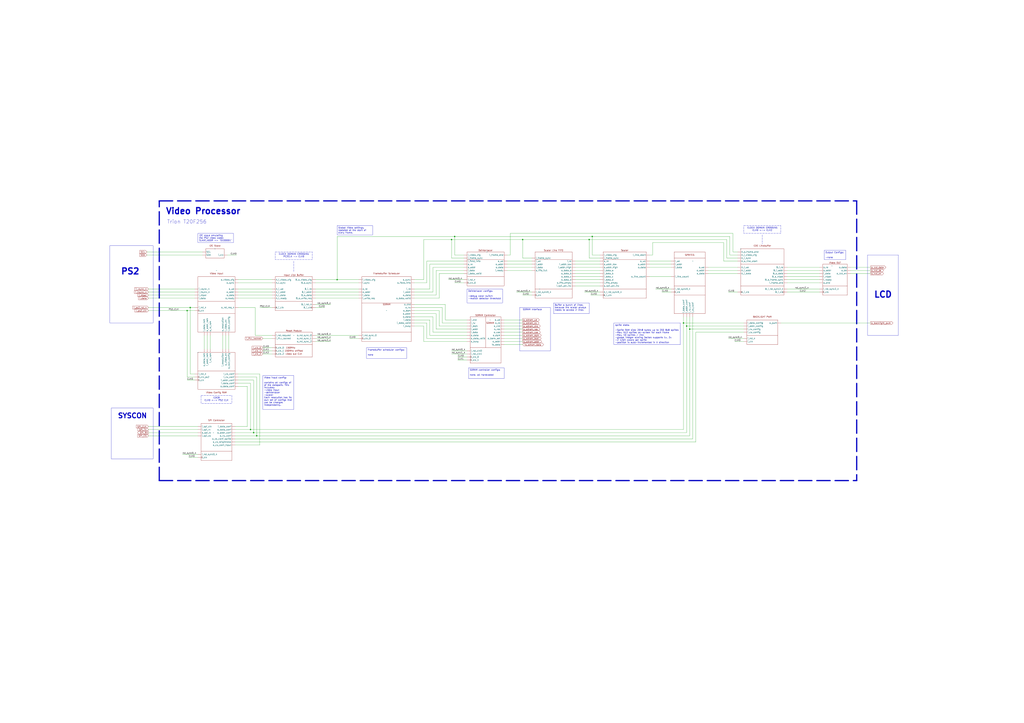
<source format=kicad_sch>
(kicad_sch (version 20230121) (generator eeschema)
  (paper "A1")
  (lib_symbols
    (symbol "Blocks:SPI_controller"
      (property "Reference" "U" (at 0 -33.02 0))
      (symbol "SPI_controller_0_1"
        (rectangle (start -12.7 0) (end 12.7 -30.48))
        (polyline (pts (xy -12.7 -22.86) (xy 12.7 -22.86)))
      )
      (symbol "SPI_controller_1_1"
        (text "SPI Controller" (at 0 2.54 0) (effects (font (size 1.27 1.27))))
        (pin input clock (at -15.24 -27.94 0) (length 2.54) (name "i_clk") (number ""))
        (pin output line (at 15.24 -2.54 180) (length 2.54) (name "i_data_conf") (number ""))
        (pin input line (at -15.24 -25.4 0) (length 2.54) (name "i_rst_sync0_n") (number ""))
        (pin input line (at -15.24 -2.54 0) (length 2.54) (name "i_spi_clk") (number ""))
        (pin output line (at -15.24 -10.16 0) (length 2.54) (name "i_spi_cs") (number ""))
        (pin input line (at -15.24 -5.08 0) (length 2.54) (name "i_spi_rx") (number ""))
        (pin output line (at 15.24 -7.62 180) (length 2.54) (name "o_addr_conf") (number ""))
        (pin input line (at 15.24 -15.24 180) (length 2.54) (name "o_cs_brightness") (number ""))
        (pin input line (at 15.24 -17.78 180) (length 2.54) (name "o_cs_conf_input") (number ""))
        (pin input line (at 15.24 -12.7 180) (length 2.54) (name "o_cs_conf_sprite") (number ""))
        (pin input line (at 15.24 -5.08 180) (length 2.54) (name "o_data_conf") (number ""))
        (pin input line (at 15.24 -10.16 180) (length 2.54) (name "o_rw_conf") (number ""))
        (pin output line (at -15.24 -7.62 0) (length 2.54) (name "o_spi_tx") (number ""))
      )
    )
    (symbol "Blocks:Scaler"
      (property "Reference" "U" (at 0 -34.29 0))
      (symbol "Scaler_0_1"
        (rectangle (start -17.78 2.54) (end 17.78 -35.56))
        (polyline (pts (xy -17.78 -27.94) (xy 17.78 -27.94)))
        (polyline (pts (xy -17.78 -3.81) (xy 17.78 -3.81)))
      )
      (symbol "Scaler_1_1"
        (text "Scaler" (at 0 3.81 0) (effects (font (size 1.27 1.27))))
        (pin input clock (at -20.32 -33.02 0) (length 2.54) (name "A_i_clk") (number ""))
        (pin input line (at -20.32 -30.48 0) (length 2.54) (name "A_i_rst_sync0_n") (number ""))
        (pin output line (at -20.32 -12.7 0) (length 2.54) (name "i_data_a") (number ""))
        (pin output line (at -20.32 -15.24 0) (length 2.54) (name "i_data_b") (number ""))
        (pin output line (at -20.32 -17.78 0) (length 2.54) (name "i_data_c") (number ""))
        (pin output line (at -20.32 -20.32 0) (length 2.54) (name "i_data_d") (number ""))
        (pin output line (at -20.32 -22.86 0) (length 2.54) (name "i_fifo_empty") (number ""))
        (pin input line (at -20.32 -2.54 0) (length 2.54) (name "i_frame_sync") (number ""))
        (pin output line (at 20.32 0 180) (length 2.54) (name "i_line_start") (number ""))
        (pin input line (at -20.32 0 0) (length 2.54) (name "i_video_cfg") (number ""))
        (pin input line (at 20.32 -7.62 180) (length 2.54) (name "o_addr") (number ""))
        (pin input line (at -20.32 -10.16 0) (length 2.54) (name "o_addr_high") (number ""))
        (pin input line (at -20.32 -7.62 0) (length 2.54) (name "o_addr_low") (number ""))
        (pin output line (at 20.32 -10.16 180) (length 2.54) (name "o_data") (number ""))
        (pin output line (at 20.32 -17.78 180) (length 2.54) (name "o_line_count") (number ""))
        (pin input line (at -20.32 -5.08 0) (length 2.54) (name "o_re") (number ""))
        (pin input line (at -20.32 -25.4 0) (length 2.54) (name "o_tail_ptr_inc") (number ""))
        (pin input line (at 20.32 -5.08 180) (length 2.54) (name "o_we") (number ""))
      )
    )
    (symbol "Blocks:Video_IN"
      (property "Reference" "U" (at 12.7 5.08 0))
      (symbol "Video_IN_0_1"
        (rectangle (start -15.24 2.54) (end 15.24 -43.18))
        (polyline (pts (xy -15.24 -17.78) (xy 15.24 -17.78)))
        (polyline (pts (xy 15.24 -27.94) (xy -15.24 -27.94)))
      )
      (symbol "Video_IN_1_1"
        (text "Video Input" (at 0 5.08 0) (effects (font (size 1.27 1.27))))
        (pin input clock (at -17.78 -25.4 0) (length 2.54) (name "i_clk") (number ""))
        (pin input line (at -17.78 -15.24 0) (length 2.54) (name "i_data") (number ""))
        (pin input line (at -10.16 -45.72 90) (length 2.54) (name "i_data_ram") (number ""))
        (pin input line (at -17.78 -10.16 0) (length 2.54) (name "i_hsync_n") (number ""))
        (pin input line (at 10.16 -45.72 90) (length 2.54) (name "i_lock_config") (number ""))
        (pin input line (at -17.78 -12.7 0) (length 2.54) (name "i_ntpal") (number ""))
        (pin input line (at -17.78 -22.86 0) (length 2.54) (name "i_rst_n") (number ""))
        (pin input line (at 7.62 -45.72 90) (length 2.54) (name "i_video_en") (number ""))
        (pin input line (at -17.78 -7.62 0) (length 2.54) (name "i_vsync_n") (number ""))
        (pin output line (at 17.78 -10.16 180) (length 2.54) (name "o_addr") (number ""))
        (pin output line (at -7.62 -45.72 90) (length 2.54) (name "o_addr_ram") (number ""))
        (pin output line (at 17.78 -12.7 180) (length 2.54) (name "o_data") (number ""))
        (pin output line (at -5.08 -45.72 90) (length 2.54) (name "o_re_ram") (number ""))
        (pin output line (at 17.78 -15.24 180) (length 2.54) (name "o_ready") (number ""))
        (pin input line (at 5.08 -45.72 90) (length 2.54) (name "o_resolution") (number ""))
        (pin output line (at 17.78 -22.86 180) (length 2.54) (name "o_rst_req_n") (number ""))
        (pin output line (at 17.78 -2.54 180) (length 2.54) (name "o_sync") (number ""))
        (pin output line (at 17.78 0 180) (length 2.54) (name "o_video_cfg") (number ""))
        (pin output line (at 17.78 -7.62 180) (length 2.54) (name "o_we") (number ""))
      )
    )
    (symbol "Blocks:Video_OUT"
      (property "Reference" "U" (at 0 -25.4 0))
      (symbol "Video_OUT_0_1"
        (rectangle (start -10.16 2.54) (end 10.16 -22.86))
        (polyline (pts (xy -10.16 -15.24) (xy 10.16 -15.24)))
      )
      (symbol "Video_OUT_1_1"
        (text "Video OUT" (at 0 3.81 0) (effects (font (size 1.27 1.27))))
        (pin input clock (at -12.7 -20.32 0) (length 2.54) (name "i_clk") (number ""))
        (pin input line (at -12.7 -5.08 0) (length 2.54) (name "i_data") (number ""))
        (pin input line (at -12.7 -7.62 0) (length 2.54) (name "i_ntpal") (number ""))
        (pin input line (at -12.7 -10.16 0) (length 2.54) (name "i_ready") (number ""))
        (pin input line (at -12.7 -17.78 0) (length 2.54) (name "i_rst_sync2_n") (number ""))
        (pin output line (at -12.7 -2.54 0) (length 2.54) (name "o_addr") (number ""))
        (pin output line (at 12.7 0 180) (length 2.54) (name "o_data") (number ""))
        (pin output line (at 12.7 -2.54 180) (length 2.54) (name "o_de") (number ""))
        (pin output line (at -12.7 -12.7 0) (length 2.54) (name "o_end") (number ""))
        (pin output line (at 12.7 -5.08 180) (length 2.54) (name "o_lcd_en") (number ""))
        (pin output line (at -12.7 0 0) (length 2.54) (name "o_re") (number ""))
      )
    )
    (symbol "Blocks:backlight_pwm"
      (property "Reference" "U" (at 0 5.08 0))
      (symbol "backlight_pwm_0_1"
        (rectangle (start -12.7 0) (end 12.7 -20.32))
        (polyline (pts (xy -12.7 -12.7) (xy 12.7 -12.7)))
      )
      (symbol "backlight_pwm_1_1"
        (text "BACKLIGHT PWM" (at 0 2.54 0) (effects (font (size 1.27 1.27))))
        (pin output line (at -15.24 -5.08 0) (length 2.54) (name "i_addr_config") (number ""))
        (pin output line (at -15.24 -17.78 0) (length 2.54) (name "i_clk") (number ""))
        (pin output line (at -15.24 -10.16 0) (length 2.54) (name "i_cs_config") (number ""))
        (pin output line (at -15.24 -2.54 0) (length 2.54) (name "i_data_config") (number ""))
        (pin output line (at -15.24 -15.24 0) (length 2.54) (name "i_rst_n") (number ""))
        (pin output line (at -15.24 -7.62 0) (length 2.54) (name "i_rw_config") (number ""))
        (pin output line (at 15.24 -2.54 180) (length 2.54) (name "o_pwm") (number ""))
      )
    )
    (symbol "Blocks:deinterlacer"
      (property "Reference" "U" (at 11.43 3.81 0))
      (symbol "deinterlacer_0_1"
        (rectangle (start -15.24 2.54) (end 15.24 -25.4))
        (polyline (pts (xy -15.24 -17.78) (xy 15.24 -17.78)))
        (polyline (pts (xy -15.24 -3.81) (xy 15.24 -3.81)))
      )
      (symbol "deinterlacer_1_1"
        (text "Deinterlacer" (at 0 3.81 0) (effects (font (size 1.27 1.27))))
        (pin input clock (at -17.78 -22.86 0) (length 2.54) (name "i_clk_0") (number ""))
        (pin input line (at -17.78 -12.7 0) (length 2.54) (name "i_data") (number ""))
        (pin input line (at -17.78 -15.24 0) (length 2.54) (name "i_data_valid") (number ""))
        (pin input line (at -17.78 -5.08 0) (length 2.54) (name "i_field_info") (number ""))
        (pin input line (at 17.78 0 180) (length 2.54) (name "i_frame_end") (number ""))
        (pin input line (at -17.78 -2.54 0) (length 2.54) (name "i_frame_sync") (number ""))
        (pin input line (at 17.78 -12.7 180) (length 2.54) (name "i_ready") (number ""))
        (pin input line (at -17.78 -20.32 0) (length 2.54) (name "i_rst_n") (number ""))
        (pin input line (at -17.78 0 0) (length 2.54) (name "i_video_cfg") (number ""))
        (pin output line (at -17.78 -10.16 0) (length 2.54) (name "o_addr") (number ""))
        (pin output line (at 17.78 -7.62 180) (length 2.54) (name "o_addr") (number ""))
        (pin output line (at 17.78 -10.16 180) (length 2.54) (name "o_data") (number ""))
        (pin output line (at -17.78 -7.62 0) (length 2.54) (name "o_re") (number ""))
        (pin output line (at 17.78 -5.08 180) (length 2.54) (name "o_we") (number ""))
      )
    )
    (symbol "Blocks:framebuffer_scheduler"
      (property "Reference" "U" (at 15.24 43.18 0))
      (symbol "framebuffer_scheduler_0_1"
        (rectangle (start -20.32 40.64) (end 20.32 -12.7))
        (polyline (pts (xy -20.32 -5.08) (xy 20.32 -5.08)))
        (polyline (pts (xy -20.32 19.05) (xy 20.32 19.05)))
      )
      (symbol "framebuffer_scheduler_1_1"
        (text "Framebuffer Scheduler" (at 0 43.18 0) (effects (font (size 1.27 1.27))))
        (text "SDRAM" (at 0 17.78 0) (effects (font (size 1.27 1.27))))
        (pin input line (at 22.86 27.94 180) (length 2.54) (name "i_addr") (number ""))
        (pin input line (at 22.86 0 180) (length 2.54) (name "i_busy") (number ""))
        (pin input clock (at -22.86 -10.16 0) (length 2.54) (name "i_clk_0") (number ""))
        (pin input line (at -22.86 25.4 0) (length 2.54) (name "i_data") (number ""))
        (pin input line (at 22.86 5.08 180) (length 2.54) (name "i_data") (number ""))
        (pin input line (at 22.86 2.54 180) (length 2.54) (name "i_data_valid") (number ""))
        (pin input line (at 22.86 30.48 180) (length 2.54) (name "i_re") (number ""))
        (pin input line (at -22.86 -7.62 0) (length 2.54) (name "i_rst_sync_0") (number ""))
        (pin input line (at -22.86 35.56 0) (length 2.54) (name "i_sync") (number ""))
        (pin input line (at -22.86 38.1 0) (length 2.54) (name "i_video_cfg") (number ""))
        (pin input line (at -22.86 22.86 0) (length 2.54) (name "i_write_req") (number ""))
        (pin output line (at -22.86 27.94 0) (length 2.54) (name "o_addr") (number ""))
        (pin output line (at 22.86 10.16 180) (length 2.54) (name "o_addr") (number ""))
        (pin output line (at 22.86 17.78 180) (length 2.54) (name "o_cke") (number ""))
        (pin output line (at 22.86 7.62 180) (length 2.54) (name "o_data") (number ""))
        (pin output line (at 22.86 25.4 180) (length 2.54) (name "o_data") (number ""))
        (pin output line (at 22.86 22.86 180) (length 2.54) (name "o_data_valid") (number ""))
        (pin input line (at 22.86 12.7 180) (length 2.54) (name "o_dqm") (number ""))
        (pin output line (at 22.86 35.56 180) (length 2.54) (name "o_field_info") (number ""))
        (pin output line (at -22.86 30.48 0) (length 2.54) (name "o_re") (number ""))
        (pin output line (at 22.86 15.24 180) (length 2.54) (name "o_rw") (number ""))
        (pin output line (at 22.86 38.1 180) (length 2.54) (name "o_sync") (number ""))
      )
    )
    (symbol "Blocks:i2c_slave"
      (property "Reference" "U" (at 0 12.7 0))
      (symbol "i2c_slave_0_1"
        (rectangle (start -7.62 0) (end 7.62 -7.62))
      )
      (symbol "i2c_slave_1_1"
        (text "I2C Slave" (at 0 2.54 0) (effects (font (size 1.27 1.27))))
        (pin input line (at -10.16 -2.54 0) (length 2.54) (name "SCL") (number ""))
        (pin input line (at -10.16 -5.08 0) (length 2.54) (name "SDA") (number ""))
        (pin input line (at 10.16 -5.08 180) (length 2.54) (name "i_clk") (number ""))
      )
    )
    (symbol "Blocks:input_line_buffer"
      (property "Reference" "U" (at 0 8.89 0))
      (symbol "input_line_buffer_0_1"
        (rectangle (start -15.24 0) (end 15.24 -27.94))
        (polyline (pts (xy 15.24 -20.32) (xy -15.24 -20.32)))
      )
      (symbol "input_line_buffer_1_1"
        (text "Input Line Buffer" (at 0 1.27 0) (effects (font (size 1.27 1.27))))
        (pin input line (at -17.78 -12.7 0) (length 2.54) (name "A_i_addr") (number ""))
        (pin input clock (at -17.78 -25.4 0) (length 2.54) (name "A_i_clk") (number ""))
        (pin input line (at -17.78 -15.24 0) (length 2.54) (name "A_i_data") (number ""))
        (pin input line (at -17.78 -17.78 0) (length 2.54) (name "A_i_ready") (number ""))
        (pin input line (at -17.78 -5.08 0) (length 2.54) (name "A_i_sync") (number ""))
        (pin input line (at -17.78 -2.54 0) (length 2.54) (name "A_i_video_cfg") (number ""))
        (pin input line (at -17.78 -10.16 0) (length 2.54) (name "A_i_we") (number ""))
        (pin input line (at 17.78 -12.7 180) (length 2.54) (name "B_i_addr") (number ""))
        (pin input clock (at 17.78 -25.4 180) (length 2.54) (name "B_i_clk") (number ""))
        (pin input line (at 17.78 -10.16 180) (length 2.54) (name "B_i_re") (number ""))
        (pin input line (at 17.78 -22.86 180) (length 2.54) (name "B_i_rst_n") (number ""))
        (pin output line (at 17.78 -15.24 180) (length 2.54) (name "B_o_data") (number ""))
        (pin output line (at 17.78 -5.08 180) (length 2.54) (name "B_o_sync") (number ""))
        (pin output line (at 17.78 -2.54 180) (length 2.54) (name "B_o_video_cfg") (number ""))
        (pin output line (at 17.78 -17.78 180) (length 2.54) (name "B_o_write_req") (number ""))
      )
    )
    (symbol "Blocks:out_cdc_linebuffer"
      (property "Reference" "U" (at 0 7.62 0))
      (symbol "out_cdc_linebuffer_0_1"
        (rectangle (start -17.78 0) (end 17.78 -38.1))
        (polyline (pts (xy -17.78 -30.48) (xy 17.78 -30.48)))
        (polyline (pts (xy -17.78 -12.7) (xy 17.78 -12.7)))
      )
      (symbol "out_cdc_linebuffer_1_1"
        (text "CDC Linebuffer" (at 0 2.54 0) (effects (font (size 1.27 1.27))))
        (pin output line (at -20.32 -17.78 0) (length 2.54) (name "A_i_addr") (number ""))
        (pin input clock (at -20.32 -35.56 0) (length 2.54) (name "A_i_clk") (number ""))
        (pin input line (at -20.32 -20.32 0) (length 2.54) (name "A_i_data") (number ""))
        (pin input line (at -20.32 -7.62 0) (length 2.54) (name "A_i_sync") (number ""))
        (pin input line (at -20.32 -5.08 0) (length 2.54) (name "A_i_video_cfg") (number ""))
        (pin output line (at -20.32 -15.24 0) (length 2.54) (name "A_i_we") (number ""))
        (pin input line (at -20.32 -2.54 0) (length 2.54) (name "A_o_frame_end") (number ""))
        (pin output line (at -20.32 -10.16 0) (length 2.54) (name "A_o_line_start") (number ""))
        (pin input line (at 20.32 -17.78 180) (length 2.54) (name "B_i_addr") (number ""))
        (pin input clock (at 20.32 -35.56 180) (length 2.54) (name "B_i_clk") (number ""))
        (pin input line (at 20.32 -15.24 180) (length 2.54) (name "B_i_re") (number ""))
        (pin input line (at 20.32 -33.02 180) (length 2.54) (name "B_i_rst_sync2_n") (number ""))
        (pin output line (at 20.32 -20.32 180) (length 2.54) (name "B_o_data") (number ""))
        (pin output line (at 20.32 -25.4 180) (length 2.54) (name "B_o_frame_sync") (number ""))
        (pin output line (at 20.32 -22.86 180) (length 2.54) (name "B_o_ntpal") (number ""))
        (pin output line (at 20.32 -27.94 180) (length 2.54) (name "i_frame_end") (number ""))
      )
    )
    (symbol "Blocks:output_line_buffer"
      (property "Reference" "U" (at 0 -38.1 0))
      (symbol "output_line_buffer_0_1"
        (rectangle (start -15.24 2.54) (end 15.24 -35.56))
        (polyline (pts (xy -15.24 -27.94) (xy 15.24 -27.94)))
        (polyline (pts (xy -15.24 -3.81) (xy 15.24 -3.81)))
      )
      (symbol "output_line_buffer_1_1"
        (text "Scaler Line FIFO" (at 0 3.81 0) (effects (font (size 1.27 1.27))))
        (pin input line (at -17.78 -7.62 0) (length 2.54) (name "i_addr") (number ""))
        (pin input line (at 17.78 -10.16 180) (length 2.54) (name "i_addr_high") (number ""))
        (pin input line (at 17.78 -7.62 180) (length 2.54) (name "i_addr_low") (number ""))
        (pin input clock (at -17.78 -33.02 0) (length 2.54) (name "i_clk") (number ""))
        (pin input line (at -17.78 -10.16 0) (length 2.54) (name "i_data") (number ""))
        (pin input line (at -17.78 -2.54 0) (length 2.54) (name "i_frame_sync") (number ""))
        (pin input line (at 17.78 -5.08 180) (length 2.54) (name "i_re") (number ""))
        (pin input line (at -17.78 -30.48 0) (length 2.54) (name "i_rst_sync0_n") (number ""))
        (pin input line (at 17.78 -25.4 180) (length 2.54) (name "i_tail_ptr_inc") (number ""))
        (pin input line (at -17.78 -5.08 0) (length 2.54) (name "i_we") (number ""))
        (pin output line (at 17.78 -12.7 180) (length 2.54) (name "o_data_a") (number ""))
        (pin output line (at 17.78 -15.24 180) (length 2.54) (name "o_data_b") (number ""))
        (pin output line (at 17.78 -17.78 180) (length 2.54) (name "o_data_c") (number ""))
        (pin output line (at 17.78 -20.32 180) (length 2.54) (name "o_data_d") (number ""))
        (pin output line (at 17.78 -22.86 180) (length 2.54) (name "o_fifo_empty") (number ""))
        (pin output line (at -17.78 -12.7 0) (length 2.54) (name "o_fifo_full") (number ""))
      )
    )
    (symbol "Blocks:reset_module"
      (property "Reference" "U" (at 0 -20.32 0))
      (symbol "reset_module_0_1"
        (rectangle (start -15.24 2.54) (end 15.24 -17.78))
        (polyline (pts (xy -15.24 -7.62) (xy 15.24 -7.62)))
      )
      (symbol "reset_module_1_1"
        (text "150MHz" (at -2.54 -10.16 0) (effects (font (size 1.27 1.27))))
        (text "150MHz shifted" (at 0 -12.7 0) (effects (font (size 1.27 1.27))))
        (text "Reset Module" (at 0 3.81 0) (effects (font (size 1.27 1.27))))
        (text "video out CLK" (at 0 -15.24 0) (effects (font (size 1.27 1.27))))
        (pin input line (at -17.78 -2.54 0) (length 2.54) (name "i_PLL_locked") (number ""))
        (pin input clock (at -17.78 -10.16 0) (length 2.54) (name "i_clk_0") (number ""))
        (pin input clock (at -17.78 -12.7 0) (length 2.54) (name "i_clk_1") (number ""))
        (pin input clock (at -17.78 -15.24 0) (length 2.54) (name "i_clk_2") (number ""))
        (pin input line (at -17.78 0 0) (length 2.54) (name "i_rst_request") (number ""))
        (pin output line (at 17.78 0 180) (length 2.54) (name "o_rst_sync_0") (number ""))
        (pin output line (at 17.78 -2.54 180) (length 2.54) (name "o_rst_sync_1") (number ""))
        (pin output line (at 17.78 -5.08 180) (length 2.54) (name "o_rst_sync_2") (number ""))
      )
    )
    (symbol "Blocks:sdram_controller"
      (property "Reference" "U" (at 2.54 8.89 0))
      (symbol "sdram_controller_0_1"
        (rectangle (start -12.7 2.54) (end 12.7 -35.56))
        (polyline (pts (xy -12.7 -22.86) (xy 12.7 -22.86)))
        (polyline (pts (xy 0 -22.86) (xy 0 2.54)))
      )
      (symbol "sdram_controller_1_1"
        (text "SDRAM" (at 3.81 -2.54 0) (effects (font (size 1.27 1.27))))
        (text "SDRAM Controller" (at 0 3.81 0) (effects (font (size 1.27 1.27))))
        (pin input line (at -15.24 -7.62 0) (length 2.54) (name "i_addr") (number ""))
        (pin input line (at -15.24 0 0) (length 2.54) (name "i_cke") (number ""))
        (pin input clock (at -15.24 -30.48 0) (length 2.54) (name "i_clk_0") (number ""))
        (pin input clock (at -15.24 -33.02 0) (length 2.54) (name "i_clk_1") (number ""))
        (pin input line (at -15.24 -10.16 0) (length 2.54) (name "i_data") (number ""))
        (pin input line (at -15.24 -5.08 0) (length 2.54) (name "i_dqm") (number ""))
        (pin input line (at -15.24 -25.4 0) (length 2.54) (name "i_rst_clk0") (number ""))
        (pin input line (at -15.24 -27.94 0) (length 2.54) (name "i_rst_clk1") (number ""))
        (pin input line (at -15.24 -2.54 0) (length 2.54) (name "i_rw") (number ""))
        (pin bidirectional line (at 15.24 -20.32 180) (length 2.54) (name "io_data") (number ""))
        (pin input line (at 15.24 -17.78 180) (length 2.54) (name "o_addr") (number ""))
        (pin input line (at 15.24 -15.24 180) (length 2.54) (name "o_bank_sel") (number ""))
        (pin output line (at -15.24 -17.78 0) (length 2.54) (name "o_busy") (number ""))
        (pin output line (at 15.24 -10.16 180) (length 2.54) (name "o_cas") (number ""))
        (pin output line (at 15.24 -5.08 180) (length 2.54) (name "o_cke") (number ""))
        (pin output line (at 15.24 -2.54 180) (length 2.54) (name "o_cs") (number ""))
        (pin output line (at -15.24 -12.7 0) (length 2.54) (name "o_data") (number ""))
        (pin output line (at -15.24 -15.24 0) (length 2.54) (name "o_data_valid") (number ""))
        (pin output line (at 15.24 -12.7 180) (length 2.54) (name "o_dqm") (number ""))
        (pin output line (at 15.24 -7.62 180) (length 2.54) (name "o_ras") (number ""))
        (pin output line (at 15.24 0 180) (length 2.54) (name "o_we") (number ""))
      )
    )
    (symbol "Blocks:sprite_module"
      (property "Reference" "U" (at 2.54 0 0))
      (symbol "sprite_module_0_1"
        (rectangle (start -12.7 7.62) (end 12.7 -43.18))
        (polyline (pts (xy -12.7 -27.94) (xy 12.7 -27.94)))
        (polyline (pts (xy -12.7 -20.32) (xy 12.7 -20.32)))
        (polyline (pts (xy -12.7 2.54) (xy 12.7 2.54)))
      )
      (symbol "sprite_module_1_1"
        (text "SPRITES" (at 0 5.08 0) (effects (font (size 1.27 1.27))))
        (pin input line (at -15.24 -2.54 0) (length 2.54) (name "i_addr") (number ""))
        (pin output line (at -2.54 -45.72 90) (length 2.54) (name "i_addr_conf") (number ""))
        (pin input clock (at -15.24 -25.4 0) (length 2.54) (name "i_clk") (number ""))
        (pin input line (at 2.54 -45.72 90) (length 2.54) (name "i_cs_conf") (number ""))
        (pin output line (at -15.24 -5.08 0) (length 2.54) (name "i_data") (number ""))
        (pin input line (at -5.08 -45.72 90) (length 2.54) (name "i_data_conf") (number ""))
        (pin output line (at -15.24 -12.7 0) (length 2.54) (name "i_line_count") (number ""))
        (pin input line (at -15.24 -22.86 0) (length 2.54) (name "i_rst_sync0_n") (number ""))
        (pin input line (at 0 -45.72 90) (length 2.54) (name "i_rw_conf") (number ""))
        (pin input line (at -15.24 0 0) (length 2.54) (name "i_we") (number ""))
        (pin output line (at 15.24 -7.62 180) (length 2.54) (name "o_addr") (number ""))
        (pin input line (at 15.24 -10.16 180) (length 2.54) (name "o_data") (number ""))
        (pin output line (at 15.24 -5.08 180) (length 2.54) (name "o_we") (number ""))
      )
    )
    (symbol "Blocks:video_setting_ram"
      (property "Reference" "U" (at -17.78 -2.54 0))
      (symbol "video_setting_ram_0_1"
        (rectangle (start -15.24 0) (end 15.24 -30.48))
        (polyline (pts (xy -15.24 -15.24) (xy 15.24 -15.24)))
      )
      (symbol "video_setting_ram_1_1"
        (text "Video Config RAM" (at 0 -33.02 0) (effects (font (size 1.27 1.27))))
        (pin output line (at 17.78 -22.86 180) (length 2.54) (name "i_addr_conf") (number ""))
        (pin output line (at -7.62 2.54 270) (length 2.54) (name "i_addr_ram") (number ""))
        (pin input clock (at -17.78 -22.86 0) (length 2.54) (name "i_clk") (number ""))
        (pin input clock (at -17.78 -20.32 0) (length 2.54) (name "i_clk_ps2") (number ""))
        (pin input line (at 17.78 -17.78 180) (length 2.54) (name "i_cs_conf") (number ""))
        (pin input line (at 17.78 -25.4 180) (length 2.54) (name "i_data_conf") (number ""))
        (pin output line (at -5.08 2.54 270) (length 2.54) (name "i_re_ram") (number ""))
        (pin input line (at 5.08 2.54 270) (length 2.54) (name "i_resolution") (number ""))
        (pin input line (at -17.78 -17.78 0) (length 2.54) (name "i_rst_n") (number ""))
        (pin input line (at 17.78 -20.32 180) (length 2.54) (name "i_rw_conf") (number ""))
        (pin output line (at 17.78 -27.94 180) (length 2.54) (name "o_data_conf") (number ""))
        (pin input line (at -10.16 2.54 270) (length 2.54) (name "o_data_ram") (number ""))
        (pin input line (at 10.16 2.54 270) (length 2.54) (name "o_lock_config") (number ""))
        (pin input line (at 7.62 2.54 270) (length 2.54) (name "o_video_en") (number ""))
      )
    )
  )
  (junction (at 276.86 229.87))
  (junction (at 153.67 255.27))
  (junction (at 156.21 252.73))
  (junction (at 563.88 267.97))
  (junction (at 208.28 355.6))
  (junction (at 486.41 194.31))
  (junction (at 429.26 196.85))
  (junction (at 566.42 270.51))
  (junction (at 561.34 265.43))
  (junction (at 205.74 353.06))
  (junction (at 483.87 196.85))
  (junction (at 210.82 358.14))
  (junction (at 370.84 196.85))
  (junction (at 373.38 194.31))
  (wire (pts (xy 170.18 275.59) (xy 170.18 287.02)))
  (wire (pts (xy 646.43 224.79) (xy 673.1 224.79)))
  (wire (pts (xy 353.06 217.17) (xy 381 217.17)))
  (wire (pts (xy 375.92 293.37) (xy 383.54 293.37)))
  (wire (pts (xy 419.1 209.55) (xy 419.1 191.77)))
  (wire (pts (xy 416.56 214.63) (xy 436.88 214.63)))
  (wire (pts (xy 601.98 207.01) (xy 605.79 207.01)))
  (wire (pts (xy 566.42 270.51) (xy 610.87 270.51)))
  (wire (pts (xy 416.56 219.71) (xy 436.88 219.71)))
  (wire (pts (xy 646.43 227.33) (xy 673.1 227.33)))
  (wire (pts (xy 358.14 242.57) (xy 358.14 222.25)))
  (wire (pts (xy 153.67 309.88) (xy 153.67 255.27)))
  (wire (pts (xy 561.34 265.43) (xy 561.34 353.06)))
  (wire (pts (xy 594.36 199.39) (xy 594.36 214.63)))
  (wire (pts (xy 370.84 212.09) (xy 370.84 196.85)))
  (wire (pts (xy 365.76 262.89) (xy 383.54 262.89)))
  (wire (pts (xy 353.06 275.59) (xy 383.54 275.59)))
  (wire (pts (xy 429.26 242.57) (xy 436.88 242.57)))
  (wire (pts (xy 340.36 250.19) (xy 365.76 250.19)))
  (wire (pts (xy 121.92 237.49) (xy 160.02 237.49)))
  (wire (pts (xy 347.98 196.85) (xy 347.98 229.87)))
  (wire (pts (xy 215.9 290.83) (xy 223.52 290.83)))
  (wire (pts (xy 603.25 280.67) (xy 610.87 280.67)))
  (wire (pts (xy 563.88 260.35) (xy 563.88 267.97)))
  (wire (pts (xy 373.38 209.55) (xy 381 209.55)))
  (polyline (pts (xy 130.81 165.1) (xy 703.58 165.1)) (stroke (width 1) (type dash)))
  (wire (pts (xy 533.4 217.17) (xy 551.18 217.17)))
  (wire (pts (xy 360.68 245.11) (xy 360.68 224.79)))
  (wire (pts (xy 347.98 267.97) (xy 347.98 280.67)))
  (wire (pts (xy 203.2 317.5) (xy 203.2 350.52)))
  (wire (pts (xy 566.42 260.35) (xy 566.42 270.51)))
  (wire (pts (xy 210.82 309.88) (xy 210.82 358.14)))
  (wire (pts (xy 340.36 257.81) (xy 358.14 257.81)))
  (wire (pts (xy 195.58 314.96) (xy 205.74 314.96)))
  (wire (pts (xy 156.21 307.34) (xy 156.21 252.73)))
  (wire (pts (xy 193.04 358.14) (xy 210.82 358.14)))
  (wire (pts (xy 414.02 283.21) (xy 429.26 283.21)))
  (wire (pts (xy 370.84 212.09) (xy 381 212.09)))
  (wire (pts (xy 259.08 237.49) (xy 294.64 237.49)))
  (wire (pts (xy 340.36 245.11) (xy 360.68 245.11)))
  (wire (pts (xy 195.58 252.73) (xy 209.55 252.73)))
  (wire (pts (xy 195.58 309.88) (xy 210.82 309.88)))
  (wire (pts (xy 563.88 267.97) (xy 563.88 355.6)))
  (wire (pts (xy 483.87 212.09) (xy 492.76 212.09)))
  (wire (pts (xy 358.14 257.81) (xy 358.14 270.51)))
  (wire (pts (xy 363.22 265.43) (xy 383.54 265.43)))
  (wire (pts (xy 486.41 209.55) (xy 486.41 194.31)))
  (wire (pts (xy 187.96 275.59) (xy 187.96 287.02)))
  (wire (pts (xy 213.36 307.34) (xy 213.36 365.76)))
  (wire (pts (xy 373.38 209.55) (xy 373.38 194.31)))
  (wire (pts (xy 350.52 265.43) (xy 350.52 278.13)))
  (wire (pts (xy 340.36 237.49) (xy 353.06 237.49)))
  (wire (pts (xy 276.86 229.87) (xy 294.64 229.87)))
  (wire (pts (xy 185.42 275.59) (xy 185.42 287.02)))
  (wire (pts (xy 195.58 229.87) (xy 223.52 229.87)))
  (wire (pts (xy 266.7 252.73) (xy 259.08 252.73)))
  (wire (pts (xy 195.58 307.34) (xy 213.36 307.34)))
  (wire (pts (xy 561.34 265.43) (xy 610.87 265.43)))
  (wire (pts (xy 340.36 267.97) (xy 347.98 267.97)))
  (wire (pts (xy 472.44 229.87) (xy 492.76 229.87)))
  (wire (pts (xy 533.4 219.71) (xy 551.18 219.71)))
  (wire (pts (xy 533.4 209.55) (xy 535.94 209.55)))
  (wire (pts (xy 599.44 209.55) (xy 605.79 209.55)))
  (wire (pts (xy 414.02 270.51) (xy 429.26 270.51)))
  (wire (pts (xy 350.52 214.63) (xy 350.52 232.41)))
  (wire (pts (xy 563.88 267.97) (xy 610.87 267.97)))
  (wire (pts (xy 480.06 240.03) (xy 492.76 240.03)))
  (wire (pts (xy 472.44 224.79) (xy 492.76 224.79)))
  (wire (pts (xy 355.6 219.71) (xy 381 219.71)))
  (wire (pts (xy 646.43 240.03) (xy 673.1 240.03)))
  (wire (pts (xy 193.04 350.52) (xy 203.2 350.52)))
  (wire (pts (xy 581.66 222.25) (xy 605.79 222.25)))
  (wire (pts (xy 193.04 355.6) (xy 208.28 355.6)))
  (wire (pts (xy 121.92 355.6) (xy 162.56 355.6)))
  (polyline (pts (xy 130.81 394.97) (xy 130.81 165.1)) (stroke (width 1) (type dash)))
  (wire (pts (xy 195.58 245.11) (xy 223.52 245.11)))
  (wire (pts (xy 373.38 194.31) (xy 486.41 194.31)))
  (wire (pts (xy 213.36 252.73) (xy 223.52 252.73)))
  (wire (pts (xy 121.92 255.27) (xy 153.67 255.27)))
  (wire (pts (xy 172.72 275.59) (xy 172.72 287.02)))
  (wire (pts (xy 195.58 232.41) (xy 223.52 232.41)))
  (wire (pts (xy 646.43 222.25) (xy 673.1 222.25)))
  (wire (pts (xy 646.43 232.41) (xy 673.1 232.41)))
  (wire (pts (xy 370.84 196.85) (xy 429.26 196.85)))
  (wire (pts (xy 215.9 285.75) (xy 223.52 285.75)))
  (wire (pts (xy 195.58 312.42) (xy 208.28 312.42)))
  (wire (pts (xy 209.55 252.73) (xy 209.55 275.59)))
  (wire (pts (xy 360.68 267.97) (xy 383.54 267.97)))
  (wire (pts (xy 121.92 240.03) (xy 160.02 240.03)))
  (wire (pts (xy 195.58 242.57) (xy 223.52 242.57)))
  (wire (pts (xy 355.6 273.05) (xy 383.54 273.05)))
  (polyline (pts (xy 241.3 214.63) (xy 241.3 223.52)) (stroke (width 0) (type dash)))
  (wire (pts (xy 538.48 237.49) (xy 551.18 237.49)))
  (wire (pts (xy 472.44 214.63) (xy 492.76 214.63)))
  (wire (pts (xy 370.84 288.29) (xy 383.54 288.29)))
  (wire (pts (xy 566.42 270.51) (xy 566.42 358.14)))
  (wire (pts (xy 483.87 196.85) (xy 483.87 212.09)))
  (wire (pts (xy 568.96 360.68) (xy 568.96 260.35)))
  (wire (pts (xy 561.34 260.35) (xy 561.34 265.43)))
  (wire (pts (xy 259.08 229.87) (xy 276.86 229.87)))
  (wire (pts (xy 208.28 355.6) (xy 563.88 355.6)))
  (polyline (pts (xy 130.81 394.97) (xy 703.58 394.97)) (stroke (width 1) (type dash)))
  (wire (pts (xy 472.44 222.25) (xy 492.76 222.25)))
  (wire (pts (xy 340.36 260.35) (xy 355.6 260.35)))
  (wire (pts (xy 167.64 275.59) (xy 167.64 287.02)))
  (wire (pts (xy 472.44 219.71) (xy 492.76 219.71)))
  (wire (pts (xy 182.88 275.59) (xy 182.88 287.02)))
  (wire (pts (xy 581.66 224.79) (xy 605.79 224.79)))
  (wire (pts (xy 120.65 207.01) (xy 166.37 207.01)))
  (wire (pts (xy 259.08 278.13) (xy 271.78 278.13)))
  (wire (pts (xy 205.74 353.06) (xy 561.34 353.06)))
  (wire (pts (xy 414.02 262.89) (xy 429.26 262.89)))
  (wire (pts (xy 154.94 375.92) (xy 162.56 375.92)))
  (wire (pts (xy 340.36 229.87) (xy 347.98 229.87)))
  (wire (pts (xy 340.36 255.27) (xy 360.68 255.27)))
  (wire (pts (xy 414.02 275.59) (xy 429.26 275.59)))
  (wire (pts (xy 483.87 196.85) (xy 596.9 196.85)))
  (wire (pts (xy 287.02 278.13) (xy 294.64 278.13)))
  (wire (pts (xy 259.08 242.57) (xy 294.64 242.57)))
  (wire (pts (xy 571.5 273.05) (xy 571.5 363.22)))
  (wire (pts (xy 360.68 224.79) (xy 381 224.79)))
  (polyline (pts (xy 626.11 193.04) (xy 626.11 200.66)) (stroke (width 0) (type dash)))
  (wire (pts (xy 419.1 191.77) (xy 601.98 191.77)))
  (wire (pts (xy 340.36 240.03) (xy 355.6 240.03)))
  (wire (pts (xy 210.82 358.14) (xy 566.42 358.14)))
  (wire (pts (xy 533.4 214.63) (xy 551.18 214.63)))
  (wire (pts (xy 340.36 252.73) (xy 363.22 252.73)))
  (wire (pts (xy 193.04 365.76) (xy 213.36 365.76)))
  (wire (pts (xy 120.65 209.55) (xy 166.37 209.55)))
  (wire (pts (xy 340.36 232.41) (xy 350.52 232.41)))
  (wire (pts (xy 414.02 280.67) (xy 429.26 280.67)))
  (wire (pts (xy 121.92 245.11) (xy 160.02 245.11)))
  (wire (pts (xy 259.08 245.11) (xy 294.64 245.11)))
  (wire (pts (xy 121.92 353.06) (xy 162.56 353.06)))
  (wire (pts (xy 195.58 317.5) (xy 203.2 317.5)))
  (wire (pts (xy 160.02 307.34) (xy 156.21 307.34)))
  (wire (pts (xy 208.28 312.42) (xy 208.28 355.6)))
  (wire (pts (xy 424.18 240.03) (xy 436.88 240.03)))
  (wire (pts (xy 373.38 232.41) (xy 381 232.41)))
  (wire (pts (xy 581.66 219.71) (xy 605.79 219.71)))
  (wire (pts (xy 429.26 196.85) (xy 483.87 196.85)))
  (wire (pts (xy 259.08 232.41) (xy 294.64 232.41)))
  (wire (pts (xy 121.92 358.14) (xy 162.56 358.14)))
  (wire (pts (xy 358.14 222.25) (xy 381 222.25)))
  (wire (pts (xy 596.9 196.85) (xy 596.9 212.09)))
  (wire (pts (xy 276.86 194.31) (xy 373.38 194.31)))
  (wire (pts (xy 368.3 229.87) (xy 381 229.87)))
  (wire (pts (xy 414.02 265.43) (xy 429.26 265.43)))
  (wire (pts (xy 360.68 255.27) (xy 360.68 267.97)))
  (wire (pts (xy 571.5 273.05) (xy 610.87 273.05)))
  (wire (pts (xy 533.4 227.33) (xy 551.18 227.33)))
  (wire (pts (xy 596.9 212.09) (xy 605.79 212.09)))
  (wire (pts (xy 486.41 209.55) (xy 492.76 209.55)))
  (wire (pts (xy 195.58 237.49) (xy 223.52 237.49)))
  (wire (pts (xy 598.17 240.03) (xy 605.79 240.03)))
  (wire (pts (xy 543.56 240.03) (xy 551.18 240.03)))
  (wire (pts (xy 365.76 250.19) (xy 365.76 262.89)))
  (wire (pts (xy 340.36 262.89) (xy 353.06 262.89)))
  (wire (pts (xy 347.98 196.85) (xy 370.84 196.85)))
  (wire (pts (xy 486.41 194.31) (xy 599.44 194.31)))
  (wire (pts (xy 414.02 267.97) (xy 429.26 267.97)))
  (wire (pts (xy 195.58 240.03) (xy 223.52 240.03)))
  (wire (pts (xy 340.36 265.43) (xy 350.52 265.43)))
  (wire (pts (xy 153.67 255.27) (xy 160.02 255.27)))
  (wire (pts (xy 347.98 280.67) (xy 383.54 280.67)))
  (wire (pts (xy 353.06 237.49) (xy 353.06 217.17)))
  (wire (pts (xy 472.44 227.33) (xy 492.76 227.33)))
  (wire (pts (xy 355.6 240.03) (xy 355.6 219.71)))
  (wire (pts (xy 153.67 312.42) (xy 160.02 312.42)))
  (wire (pts (xy 350.52 278.13) (xy 383.54 278.13)))
  (wire (pts (xy 358.14 270.51) (xy 383.54 270.51)))
  (wire (pts (xy 472.44 217.17) (xy 492.76 217.17)))
  (wire (pts (xy 271.78 250.19) (xy 259.08 250.19)))
  (wire (pts (xy 215.9 288.29) (xy 223.52 288.29)))
  (wire (pts (xy 194.31 209.55) (xy 186.69 209.55)))
  (wire (pts (xy 414.02 278.13) (xy 429.26 278.13)))
  (wire (pts (xy 193.04 353.06) (xy 205.74 353.06)))
  (wire (pts (xy 698.5 222.25) (xy 715.01 222.25)))
  (wire (pts (xy 429.26 212.09) (xy 436.88 212.09)))
  (wire (pts (xy 429.26 196.85) (xy 429.26 212.09)))
  (wire (pts (xy 472.44 234.95) (xy 492.76 234.95)))
  (wire (pts (xy 416.56 217.17) (xy 436.88 217.17)))
  (wire (pts (xy 209.55 275.59) (xy 223.52 275.59)))
  (wire (pts (xy 355.6 260.35) (xy 355.6 273.05)))
  (wire (pts (xy 698.5 219.71) (xy 715.01 219.71)))
  (wire (pts (xy 472.44 232.41) (xy 492.76 232.41)))
  (wire (pts (xy 149.86 373.38) (xy 162.56 373.38)))
  (wire (pts (xy 416.56 222.25) (xy 436.88 222.25)))
  (wire (pts (xy 370.84 290.83) (xy 383.54 290.83)))
  (wire (pts (xy 121.92 350.52) (xy 162.56 350.52)))
  (wire (pts (xy 340.36 242.57) (xy 358.14 242.57)))
  (wire (pts (xy 205.74 314.96) (xy 205.74 353.06)))
  (wire (pts (xy 259.08 275.59) (xy 294.64 275.59)))
  (wire (pts (xy 363.22 252.73) (xy 363.22 265.43)))
  (polyline (pts (xy 703.58 165.1) (xy 703.58 394.97)) (stroke (width 1) (type dash)))
  (wire (pts (xy 646.43 237.49) (xy 673.1 237.49)))
  (wire (pts (xy 646.43 229.87) (xy 673.1 229.87)))
  (wire (pts (xy 698.5 224.79) (xy 715.01 224.79)))
  (wire (pts (xy 353.06 262.89) (xy 353.06 275.59)))
  (wire (pts (xy 121.92 242.57) (xy 160.02 242.57)))
  (wire (pts (xy 535.94 209.55) (xy 535.94 199.39)))
  (wire (pts (xy 223.52 278.13) (xy 215.9 278.13)))
  (wire (pts (xy 599.44 194.31) (xy 599.44 209.55)))
  (wire (pts (xy 350.52 214.63) (xy 381 214.63)))
  (wire (pts (xy 646.43 219.71) (xy 673.1 219.71)))
  (wire (pts (xy 375.92 295.91) (xy 383.54 295.91)))
  (wire (pts (xy 121.92 252.73) (xy 156.21 252.73)))
  (wire (pts (xy 414.02 273.05) (xy 429.26 273.05)))
  (wire (pts (xy 193.04 360.68) (xy 568.96 360.68)))
  (wire (pts (xy 485.14 242.57) (xy 492.76 242.57)))
  (wire (pts (xy 259.08 280.67) (xy 271.78 280.67)))
  (wire (pts (xy 259.08 240.03) (xy 294.64 240.03)))
  (wire (pts (xy 594.36 214.63) (xy 605.79 214.63)))
  (wire (pts (xy 641.35 265.43) (xy 715.01 265.43)))
  (wire (pts (xy 276.86 229.87) (xy 276.86 194.31)))
  (wire (pts (xy 156.21 252.73) (xy 160.02 252.73)))
  (wire (pts (xy 419.1 209.55) (xy 416.56 209.55)))
  (wire (pts (xy 598.17 278.13) (xy 610.87 278.13)))
  (wire (pts (xy 193.04 363.22) (xy 571.5 363.22)))
  (wire (pts (xy 160.02 309.88) (xy 153.67 309.88)))
  (wire (pts (xy 601.98 191.77) (xy 601.98 207.01)))
  (wire (pts (xy 535.94 199.39) (xy 594.36 199.39)))
  (rectangle (start 91.44 335.28) (end 125.73 377.19))
  (rectangle (start 90.17 201.93) (end 125.73 265.43))
  (rectangle (start 712.47 209.55) (end 737.87 275.59))
  (rectangle (start 426.72 252.73) (end 452.12 288.29))
  (text_box "CDC!!\nCLK0 <-> PS2 CLK" (at 165.1 325.12 0) (size 25.4 6.35) (stroke (width 0) (type dash)) (effects (font (size 1.27 1.27)) (justify top)))
  (text_box "sprite stats:\n\n-Sprite RAM size: 2048 bytes; up to 255 8x8 sprites\n-Max. 512 sprites on-screen for each frame\n-Max. 40 sprites / line\n-global integer scaling factor: supports 1x, 2x\n-2 12bit colors per sprite\n-position is auto-incremented in X direction\n" (at 504.19 265.43 0) (size 54.61 17.78) (effects (font (size 1.27 1.27)) (justify left top)))
  (text_box "Buffer a bunch of lines, because the scaler always needs to access 2 lines" (at 454.66 248.92 0) (size 29.21 8.89) (effects (font (size 1.27 1.27)) (justify left top)))
  (text_box "Video input config:\n\ncontains all configs of of the datapath. This includes:\n-video input\n-deinterlacer\n-scaler\nEach resolution has its own set of configs that can be changes independantly." (at 215.9 308.61 0) (size 25.4 27.94) (effects (font (size 1.27 1.27)) (justify left top)))
  (text_box "Global Video settings. Updated at the start of every frame." (at 276.86 185.42 0) (size 29.21 7.62) (effects (font (size 1.27 1.27)) (justify left top)))
  (text_box "Framebuffer scheduler configs:\n\nnone" (at 300.99 285.75 0) (size 33.02 8.89) (effects (font (size 1.27 1.27)) (justify left top)))
  (text_box "I2C slave emulating\nthe PS2 video codec\nSLAVE_ADDR => \"0100001\"\n" (at 162.56 191.77 0) (size 29.21 7.62) (effects (font (size 1.27 1.27)) (justify left top)))
  (text_box "CLOCK DOMAIN CROSSING\nCLK0 <-> CLK2" (at 610.87 185.42 0) (size 30.48 6.35) (stroke (width 0) (type dash)) (effects (font (size 1.27 1.27)) (justify top)))
  (text_box "Output Configs:\n\n-none" (at 676.91 205.74 0) (size 17.78 7.62) (effects (font (size 1.27 1.27)) (justify left top)))
  (text_box "CLOCK DOMAIN CROSSING\nPC2CLK -> CLK0" (at 226.06 207.01 0) (size 30.48 6.35) (stroke (width 0) (type dash)) (effects (font (size 1.27 1.27)) (justify top)))
  (text_box "SDRAM controller configs:\n\nnone, all hardcoded" (at 384.81 302.26 0) (size 29.21 8.89) (effects (font (size 1.27 1.27)) (justify left top)))
  (text_box "Deinterlacer configs:\n\n-debug color switch\n-motion detector threshold" (at 383.54 237.49 0) (size 29.21 11.43) (effects (font (size 1.27 1.27)) (justify left top)))
  (text "SDRAM Interface" (at 429.26 255.27 0) (effects (font (size 1.27 1.27)) (justify left bottom)))
  (text "Trion T20F256" (at 137.16 184.15 0) (effects (font (size 3 3)) (justify left bottom)))
  (text "SYSCON" (at 96.52 344.17 0) (effects (font (size 4 4) (thickness 0.8) bold) (justify left bottom)))
  (text "Video Processor" (at 135.89 176.53 0) (effects (font (size 5 5) (thickness 1) bold) (justify left bottom)))
  (text "PS2" (at 99.06 226.06 0) (effects (font (size 5 5) (thickness 1) bold) (justify left bottom)))
  (text "LCD" (at 717.55 245.11 0) (effects (font (size 5 5) (thickness 1) bold) (justify left bottom)))
  (label "rst_sync0_n" (at 271.78 275.59 180))
  (label "CLK0" (at 373.38 232.41 0))
  (label "rst_sync1_n" (at 370.84 290.83 0))
  (label "rst_sync0_n" (at 368.3 229.87 0))
  (label "rst_sync0_n" (at 271.78 250.19 180))
  (label "CLK2" (at 661.67 240.03 180))
  (label "CLK0" (at 375.92 293.37 0))
  (label "CLK0" (at 194.31 209.55 180))
  (label "rst_sync2_n" (at 664.21 237.49 180))
  (label "CLK0" (at 543.56 240.03 0))
  (label "CLK0" (at 266.7 252.73 180))
  (label "rst_sync1_n" (at 271.78 278.13 180))
  (label "rst_sync0_n" (at 598.17 278.13 0))
  (label "CLK0" (at 429.26 242.57 0))
  (label "rst_sync0_n" (at 370.84 288.29 0))
  (label "rst_sync0_n" (at 538.48 237.49 0))
  (label "CLK1" (at 215.9 288.29 0))
  (label "rst_sync0_n" (at 424.18 240.03 0))
  (label "CLK1" (at 375.92 295.91 0))
  (label "PS2_CLK" (at 138.43 255.27 0))
  (label "CLK0" (at 153.67 312.42 0))
  (label "PS2_CLK" (at 213.36 252.73 0))
  (label "rst_sync2_n" (at 271.78 280.67 180))
  (label "CLK2" (at 215.9 290.83 0))
  (label "CLK0" (at 287.02 278.13 0))
  (label "rst_sync0_n" (at 149.86 373.38 0))
  (label "CLK0" (at 485.14 242.57 0))
  (label "CLK0" (at 154.94 375.92 0))
  (label "CLK0" (at 598.17 240.03 0))
  (label "CLK0" (at 603.25 280.67 0))
  (label "CLK0" (at 215.9 285.75 0))
  (label "rst_sync0_n" (at 480.06 240.03 0))
  (global_label "o_lcd_de" (shape output) (at 715.01 222.25 0) (property "Intersheetrefs" "${INTERSHEET_REFS}" (effects hide)))
  (global_label "io_sdram_data" (shape bidirectional) (at 429.26 283.21 0) (property "Intersheetrefs" "${INTERSHEET_REFS}" (effects hide)))
  (global_label "i_data" (shape input) (at 121.92 245.11 180) (property "Intersheetrefs" "${INTERSHEET_REFS}" (effects hide)))
  (global_label "o_sdram_we" (shape output) (at 429.26 262.89 0) (property "Intersheetrefs" "${INTERSHEET_REFS}" (effects hide)))
  (global_label "i_clk_1" (shape input) (at 215.9 288.29 180) (property "Intersheetrefs" "${INTERSHEET_REFS}" (effects hide)))
  (global_label "o_sdram_bsel" (shape output) (at 429.26 278.13 0) (property "Intersheetrefs" "${INTERSHEET_REFS}" (effects hide)))
  (global_label "o_sdram_ras" (shape output) (at 429.26 270.51 0) (property "Intersheetrefs" "${INTERSHEET_REFS}" (effects hide)))
  (global_label "o_lcd_data" (shape output) (at 715.01 219.71 0) (property "Intersheetrefs" "${INTERSHEET_REFS}" (effects hide)))
  (global_label "o_sdram_cas" (shape output) (at 429.26 273.05 0) (property "Intersheetrefs" "${INTERSHEET_REFS}" (effects hide)))
  (global_label "i_PLL_locked" (shape input) (at 215.9 278.13 180) (property "Intersheetrefs" "${INTERSHEET_REFS}" (effects hide)))
  (global_label "i_ntpal" (shape input) (at 121.92 242.57 180) (property "Intersheetrefs" "${INTERSHEET_REFS}" (effects hide)))
  (global_label "i_ps2_rst_n" (shape input) (at 121.92 252.73 180) (property "Intersheetrefs" "${INTERSHEET_REFS}" (effects hide)))
  (global_label "i_clk_0" (shape input) (at 215.9 285.75 180) (property "Intersheetrefs" "${INTERSHEET_REFS}" (effects hide)))
  (global_label "o_backlight_pwm" (shape output) (at 715.01 265.43 0) (property "Intersheetrefs" "${INTERSHEET_REFS}" (effects hide)))
  (global_label "o_lcd_en" (shape output) (at 715.01 224.79 0) (property "Intersheetrefs" "${INTERSHEET_REFS}" (effects hide)))
  (global_label "o_sdram_addr" (shape output) (at 429.26 280.67 0) (property "Intersheetrefs" "${INTERSHEET_REFS}" (effects hide)))
  (global_label "SCL" (shape input) (at 120.65 207.01 180) (property "Intersheetrefs" "${INTERSHEET_REFS}" (effects hide)))
  (global_label "i_ps2_clk" (shape input) (at 121.92 255.27 180) (property "Intersheetrefs" "${INTERSHEET_REFS}" (effects hide)))
  (global_label "o_sdram_dqm" (shape output) (at 429.26 275.59 0) (property "Intersheetrefs" "${INTERSHEET_REFS}" (effects hide)))
  (global_label "o_sdram_cke" (shape output) (at 429.26 267.97 0) (property "Intersheetrefs" "${INTERSHEET_REFS}" (effects hide)))
  (global_label "SPI_CLK" (shape input) (at 121.92 350.52 180) (property "Intersheetrefs" "${INTERSHEET_REFS}" (effects hide)))
  (global_label "o_sdram_cs" (shape output) (at 429.26 265.43 0) (property "Intersheetrefs" "${INTERSHEET_REFS}" (effects hide)))
  (global_label "SPI_TX" (shape input) (at 121.92 353.06 180) (property "Intersheetrefs" "${INTERSHEET_REFS}" (effects hide)))
  (global_label "SPI_CS" (shape input) (at 121.92 358.14 180) (property "Intersheetrefs" "${INTERSHEET_REFS}" (effects hide)))
  (global_label "SPI_RX" (shape output) (at 121.92 355.6 180) (property "Intersheetrefs" "${INTERSHEET_REFS}" (effects hide)))
  (global_label "SDA" (shape input) (at 120.65 209.55 180) (property "Intersheetrefs" "${INTERSHEET_REFS}" (effects hide)))
  (global_label "i_vsync_n" (shape input) (at 121.92 237.49 180) (property "Intersheetrefs" "${INTERSHEET_REFS}" (effects hide)))
  (global_label "i_clk_2" (shape input) (at 215.9 290.83 180) (property "Intersheetrefs" "${INTERSHEET_REFS}" (effects hide)))
  (global_label "i_hsync_n" (shape input) (at 121.92 240.03 180) (property "Intersheetrefs" "${INTERSHEET_REFS}" (effects hide)))
  (symbol (lib_id "Blocks:input_line_buffer") (at 241.3 227.33 0) (unit 1)
    (property "Reference" "U?" (effects hide))
    (property "Value" "~" (at 241.3 227.33 0))
  )
  (symbol (lib_id "Blocks:out_cdc_linebuffer") (at 626.11 204.47 0) (unit 1)
    (property "Reference" "U101" (effects hide))
    (property "Value" "~" (at 608.33 204.47 0))
  )
  (symbol (lib_id "Blocks:framebuffer_scheduler") (at 317.5 267.97 0) (unit 1)
    (property "Reference" "U?" (effects hide))
    (property "Value" "~" (at 317.5 255.27 0))
  )
  (symbol (lib_id "Blocks:deinterlacer") (at 398.78 209.55 0) (unit 1)
    (property "Reference" "U?" (effects hide))
    (property "Value" "~" (at 400.05 207.01 0))
  )
  (symbol (lib_id "Blocks:Video_OUT") (at 685.8 219.71 0) (unit 1)
    (property "Reference" "U?" (effects hide))
    (property "Value" "~" (at 683.26 218.44 0))
  )
  (symbol (lib_id "Blocks:reset_module") (at 241.3 275.59 0) (unit 1)
    (property "Reference" "U?" (effects hide))
    (property "Value" "~" (at 241.3 275.59 0))
  )
  (symbol (lib_id "Blocks:video_setting_ram") (at 177.8 289.56 0) (unit 1)
    (property "Reference" "U104" (effects hide))
    (property "Value" "~" (at 162.56 289.56 0))
  )
  (symbol (lib_id "Blocks:backlight_pwm") (at 626.11 262.89 0) (unit 1)
    (property "Reference" "U105" (effects hide))
    (property "Value" "~" (at 626.11 265.43 0))
  )
  (symbol (lib_id "Blocks:SPI_controller") (at 177.8 347.98 0) (unit 1)
    (property "Reference" "U103" (effects hide))
    (property "Value" "~" (at 175.26 355.6 0))
  )
  (symbol (lib_id "Blocks:sdram_controller") (at 398.78 262.89 0) (unit 1)
    (property "Reference" "U?" (effects hide))
    (property "Value" "~" (at 402.59 262.89 0))
  )
  (symbol (lib_id "Blocks:sprite_module") (at 566.42 214.63 0) (unit 1)
    (property "Reference" "U102" (effects hide))
    (property "Value" "~" (at 568.96 214.63 0))
  )
  (symbol (lib_id "Blocks:Video_IN") (at 177.8 229.87 0) (unit 1)
    (property "Reference" "U?" (effects hide))
    (property "Value" "~" (at 177.8 222.25 0))
  )
  (symbol (lib_id "Blocks:i2c_slave") (at 176.53 204.47 0) (unit 1)
    (property "Reference" "U106" (effects hide))
    (property "Value" "~" (at 176.53 204.47 0))
  )
  (symbol (lib_id "Blocks:Scaler") (at 513.08 209.55 0) (unit 1)
    (property "Reference" "U?" (effects hide))
    (property "Value" "~" (at 511.81 205.74 0))
  )
  (symbol (lib_id "Blocks:output_line_buffer") (at 454.66 209.55 0) (unit 1)
    (property "Reference" "U?" (effects hide))
    (property "Value" "~" (at 443.23 237.49 0))
  )
)
</source>
